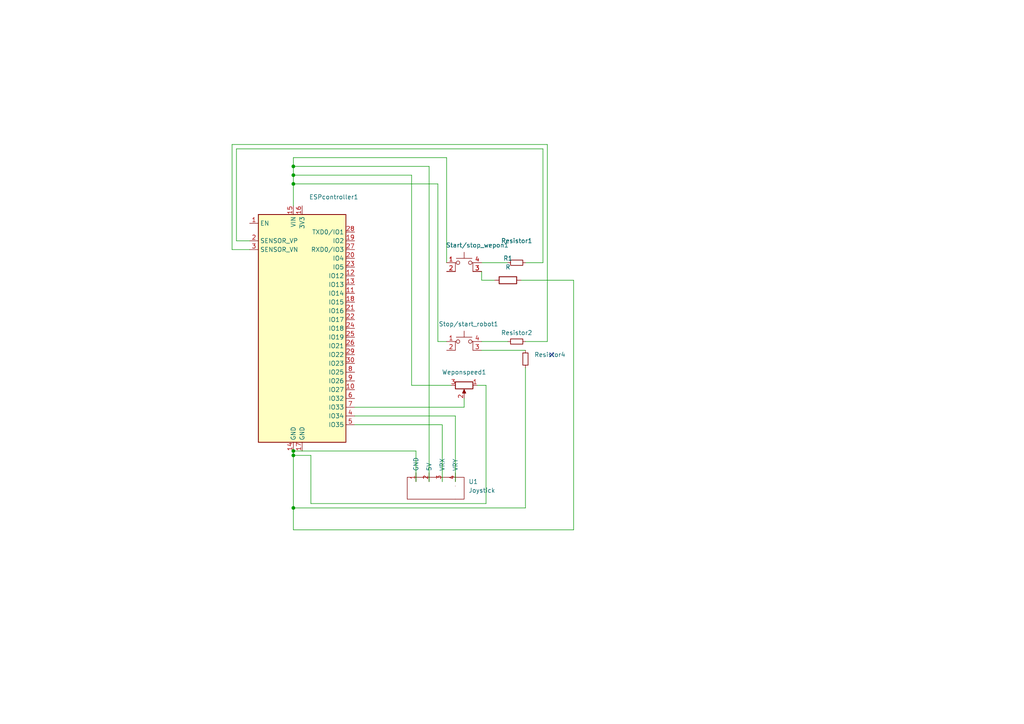
<source format=kicad_sch>
(kicad_sch (version 20211123) (generator eeschema)
  (paper "A4")
  (lib_symbols
    (symbol "Device:R" (pin_numbers hide) (pin_names (offset 0))
      (property "Reference" "R" (at 2.032 0 90))
      (property "Value" "R" (at 0 0 90))
      (symbol "R_0_1"
        (rectangle (start -1.016 -2.54) (end 1.016 2.54) (stroke (width 0.254)))
      )
      (symbol "R_1_1"
        (pin passive line (at 0 3.81 270) (length 1.27) (name "~") (number "1"))
        (pin passive line (at 0 -3.81 90) (length 1.27) (name "~") (number "2"))
      )
    )
    (symbol "Device:R_Potentiometer" (pin_names (offset 1.016) hide)
      (property "Reference" "RV" (at -4.445 0 90))
      (property "Value" "R_Potentiometer" (at -2.54 0 90))
      (symbol "R_Potentiometer_0_1"
        (polyline (pts (xy 2.54 0) (xy 1.524 0)))
        (polyline (pts (xy 1.143 0) (xy 2.286 0.508) (xy 2.286 -0.508) (xy 1.143 0)) (fill (type outline)))
        (rectangle (start 1.016 2.54) (end -1.016 -2.54) (stroke (width 0.254)))
      )
      (symbol "R_Potentiometer_1_1"
        (pin passive line (at 0 3.81 270) (length 1.27) (name "1") (number "1"))
        (pin passive line (at 3.81 0 180) (length 1.27) (name "2") (number "2"))
        (pin passive line (at 0 -3.81 90) (length 1.27) (name "3") (number "3"))
      )
    )
    (symbol "Device:R_Small" (pin_numbers hide) (pin_names (offset 0.254) hide)
      (property "Reference" "R" (at 0.762 0.508 0))
      (property "Value" "R_Small" (at 0.762 -1.016 0))
      (symbol "R_Small_0_1"
        (rectangle (start -0.762 1.778) (end 0.762 -1.778) (stroke (width 0.2032)))
      )
      (symbol "R_Small_1_1"
        (pin passive line (at 0 2.54 270) (length 0.762) (name "~") (number "1"))
        (pin passive line (at 0 -2.54 90) (length 0.762) (name "~") (number "2"))
      )
    )
    (symbol "Switch:SW_MEC_5E" (pin_names (offset 1.016) hide)
      (property "Reference" "SW" (at 0.635 5.715 0))
      (property "Value" "SW_MEC_5E" (at 0 -3.175 0))
      (symbol "SW_MEC_5E_0_1"
        (circle (center -1.778 2.54) (radius 0.508))
        (polyline (pts (xy -2.286 3.81) (xy 2.286 3.81)))
        (polyline (pts (xy 0 3.81) (xy 0 5.588)))
        (polyline (pts (xy -2.54 0) (xy -2.54 2.54) (xy -2.286 2.54)))
        (polyline (pts (xy 2.54 0) (xy 2.54 2.54) (xy 2.286 2.54)))
        (circle (center 1.778 2.54) (radius 0.508))
        (pin passive line (at -5.08 2.54 0) (length 2.54) (name "1") (number "1"))
        (pin passive line (at -5.08 0 0) (length 2.54) (name "2") (number "2"))
        (pin passive line (at 5.08 0 180) (length 2.54) (name "K") (number "3"))
        (pin passive line (at 5.08 2.54 180) (length 2.54) (name "A") (number "4"))
      )
    )
    (symbol "cursed_beeing:Joystick"
      (property "Reference" "U" (at -6.35 10.16 0))
      (property "Value" "Joystick" (at -6.35 8.89 0))
      (symbol "Joystick_0_1"
        (rectangle (start -12.7 6.35) (end 3.81 0))
        (rectangle (start -10.16 2.54) (end -10.16 2.54))
        (rectangle (start -10.16 6.35) (end -10.16 6.35))
      )
      (symbol "Joystick_1_1"
        (pin input line (at 1.27 1.27 270) (length 2.54) (name "GND") (number "1"))
        (pin input line (at -2.54 1.27 270) (length 2.54) (name "5V") (number "2"))
        (pin input line (at -6.35 1.27 270) (length 2.54) (name "VRX") (number "3"))
        (pin input line (at -10.16 1.27 270) (length 2.54) (name "VRY") (number "4"))
      )
    )
    (symbol "esp32:ESP32_DevKit_V1_DOIT"
      (property "Reference" "U" (at -11.43 34.29 0))
      (property "Value" "ESP32_DevKit_V1_DOIT" (at 11.43 34.29 0))
      (symbol "ESP32_DevKit_V1_DOIT_1_1"
        (rectangle (start -12.7 33.02) (end 12.7 -33.02) (stroke (width 0.254)) (fill (type background)))
        (pin input line (at -15.24 30.48 0) (length 2.54) (name "EN") (number "1"))
        (pin bidirectional line (at 15.24 -17.78 180) (length 2.54) (name "IO27") (number "10"))
        (pin bidirectional line (at 15.24 10.16 180) (length 2.54) (name "IO14") (number "11"))
        (pin bidirectional line (at 15.24 15.24 180) (length 2.54) (name "IO12") (number "12"))
        (pin bidirectional line (at 15.24 12.7 180) (length 2.54) (name "IO13") (number "13"))
        (pin power_in line (at -2.54 -35.56 90) (length 2.54) (name "GND") (number "14"))
        (pin power_in line (at -2.54 35.56 270) (length 2.54) (name "VIN") (number "15"))
        (pin power_in line (at 0 35.56 270) (length 2.54) (name "3V3") (number "16"))
        (pin power_in line (at 0 -35.56 90) (length 2.54) (name "GND") (number "17"))
        (pin bidirectional line (at 15.24 7.62 180) (length 2.54) (name "IO15") (number "18"))
        (pin bidirectional line (at 15.24 25.4 180) (length 2.54) (name "IO2") (number "19"))
        (pin input line (at -15.24 25.4 0) (length 2.54) (name "SENSOR_VP") (number "2"))
        (pin bidirectional line (at 15.24 20.32 180) (length 2.54) (name "IO4") (number "20"))
        (pin bidirectional line (at 15.24 5.08 180) (length 2.54) (name "IO16") (number "21"))
        (pin bidirectional line (at 15.24 2.54 180) (length 2.54) (name "IO17") (number "22"))
        (pin bidirectional line (at 15.24 17.78 180) (length 2.54) (name "IO5") (number "23"))
        (pin bidirectional line (at 15.24 0 180) (length 2.54) (name "IO18") (number "24"))
        (pin bidirectional line (at 15.24 -2.54 180) (length 2.54) (name "IO19") (number "25"))
        (pin bidirectional line (at 15.24 -5.08 180) (length 2.54) (name "IO21") (number "26"))
        (pin bidirectional line (at 15.24 22.86 180) (length 2.54) (name "RXD0/IO3") (number "27"))
        (pin bidirectional line (at 15.24 27.94 180) (length 2.54) (name "TXD0/IO1") (number "28"))
        (pin bidirectional line (at 15.24 -7.62 180) (length 2.54) (name "IO22") (number "29"))
        (pin input line (at -15.24 22.86 0) (length 2.54) (name "SENSOR_VN") (number "3"))
        (pin bidirectional line (at 15.24 -10.16 180) (length 2.54) (name "IO23") (number "30"))
        (pin input line (at 15.24 -25.4 180) (length 2.54) (name "IO34") (number "4"))
        (pin input line (at 15.24 -27.94 180) (length 2.54) (name "IO35") (number "5"))
        (pin bidirectional line (at 15.24 -20.32 180) (length 2.54) (name "IO32") (number "6"))
        (pin bidirectional line (at 15.24 -22.86 180) (length 2.54) (name "IO33") (number "7"))
        (pin bidirectional line (at 15.24 -12.7 180) (length 2.54) (name "IO25") (number "8"))
        (pin bidirectional line (at 15.24 -15.24 180) (length 2.54) (name "IO26") (number "9"))
      )
    )
  )
  (junction (at 85.09 53.34))
  (junction (at 85.09 147.32))
  (junction (at 85.09 130.81))
  (junction (at 85.09 132.08))
  (junction (at 85.09 48.26))
  (junction (at 85.09 50.8))
  (no_connect (at 160.02 102.87))
  (wire (pts (xy 85.09 53.34) (xy 85.09 59.69)))
  (wire (pts (xy 90.17 146.05) (xy 90.17 132.08)))
  (wire (pts (xy 152.4 99.06) (xy 158.75 99.06)))
  (wire (pts (xy 90.17 132.08) (xy 85.09 132.08)))
  (wire (pts (xy 67.31 72.39) (xy 72.39 72.39)))
  (wire (pts (xy 119.38 111.76) (xy 130.81 111.76)))
  (wire (pts (xy 158.75 41.91) (xy 67.31 41.91)))
  (wire (pts (xy 139.7 76.2) (xy 147.32 76.2)))
  (wire (pts (xy 166.37 153.67) (xy 85.09 153.67)))
  (wire (pts (xy 157.48 76.2) (xy 152.4 76.2)))
  (wire (pts (xy 129.54 99.06) (xy 127 99.06)))
  (wire (pts (xy 132.08 120.65) (xy 132.08 139.7)))
  (wire (pts (xy 85.09 147.32) (xy 85.09 153.67)))
  (wire (pts (xy 102.87 118.11) (xy 134.62 118.11)))
  (wire (pts (xy 139.7 78.74) (xy 139.7 81.28)))
  (wire (pts (xy 151.13 81.28) (xy 166.37 81.28)))
  (wire (pts (xy 127 53.34) (xy 85.09 53.34)))
  (wire (pts (xy 85.09 50.8) (xy 85.09 53.34)))
  (wire (pts (xy 158.75 99.06) (xy 158.75 41.91)))
  (wire (pts (xy 139.7 81.28) (xy 143.51 81.28)))
  (wire (pts (xy 119.38 50.8) (xy 85.09 50.8)))
  (wire (pts (xy 85.09 45.72) (xy 129.54 45.72)))
  (wire (pts (xy 157.48 43.18) (xy 157.48 76.2)))
  (wire (pts (xy 127 99.06) (xy 127 53.34)))
  (wire (pts (xy 68.58 43.18) (xy 68.58 69.85)))
  (wire (pts (xy 140.97 111.76) (xy 140.97 146.05)))
  (wire (pts (xy 139.7 101.6) (xy 152.4 101.6)))
  (wire (pts (xy 85.09 130.81) (xy 85.09 132.08)))
  (wire (pts (xy 166.37 81.28) (xy 166.37 153.67)))
  (wire (pts (xy 128.27 123.19) (xy 102.87 123.19)))
  (wire (pts (xy 140.97 146.05) (xy 90.17 146.05)))
  (wire (pts (xy 157.48 43.18) (xy 68.58 43.18)))
  (wire (pts (xy 132.08 120.65) (xy 102.87 120.65)))
  (wire (pts (xy 85.09 45.72) (xy 85.09 48.26)))
  (wire (pts (xy 124.46 48.26) (xy 85.09 48.26)))
  (wire (pts (xy 128.27 123.19) (xy 128.27 139.7)))
  (wire (pts (xy 68.58 69.85) (xy 72.39 69.85)))
  (wire (pts (xy 85.09 130.81) (xy 120.65 130.81)))
  (wire (pts (xy 138.43 111.76) (xy 140.97 111.76)))
  (wire (pts (xy 129.54 45.72) (xy 129.54 76.2)))
  (wire (pts (xy 134.62 118.11) (xy 134.62 115.57)))
  (wire (pts (xy 120.65 130.81) (xy 120.65 139.7)))
  (wire (pts (xy 152.4 106.68) (xy 152.4 147.32)))
  (wire (pts (xy 85.09 132.08) (xy 85.09 147.32)))
  (wire (pts (xy 119.38 111.76) (xy 119.38 50.8)))
  (wire (pts (xy 85.09 48.26) (xy 85.09 50.8)))
  (wire (pts (xy 139.7 99.06) (xy 147.32 99.06)))
  (wire (pts (xy 67.31 41.91) (xy 67.31 72.39)))
  (wire (pts (xy 124.46 48.26) (xy 124.46 139.7)))
  (wire (pts (xy 85.09 147.32) (xy 152.4 147.32)))
  (symbol (lib_id "Switch:SW_MEC_5E") (at 134.62 78.74 0) (unit 1)
    (property "Reference" "Start/stop_wepon1" (at 138.43 71.12 0))
    (property "Value" "SW_MEC_5E" (effects hide))
    (property "Footprint" "Button_Switch_THT:SW_TH_Tactile_Omron_B3F-10xx" (effects hide))
    (property "Datasheet" "http://www.apem.com/int/index.php?controller=attachment&id_attachment=1371" (effects hide))
  )
  (symbol (lib_id "Switch:SW_MEC_5E") (at 134.62 101.6 0) (unit 1)
    (property "Reference" "Stop/start_robot1" (at 135.89 93.98 0))
    (property "Value" "SW_MEC_5E" (effects hide))
    (property "Footprint" "Button_Switch_THT:SW_TH_Tactile_Omron_B3F-10xx" (effects hide))
    (property "Datasheet" "http://www.apem.com/int/index.php?controller=attachment&id_attachment=1371" (effects hide))
  )
  (symbol (lib_id "cursed_beeing:Joystick") (at 121.92 138.43 180) (unit 1)
    (property "Reference" "U1" (at 135.89 139.6999 0) (effects (justify right)))
    (property "Value" "Joystick" (at 135.89 142.2399 0) (effects (justify right)))
    (property "Footprint" "Connector_PinSocket_2.54mm:PinSocket_1x04_P2.54mm_Vertical" (effects hide))
  )
  (symbol (lib_id "esp32:ESP32_DevKit_V1_DOIT") (at 87.63 95.25 0) (unit 1)
    (property "Reference" "ESPcontroller1" (at 89.6494 57.15 0) (effects (justify left)))
    (property "Value" "ESP32_DevKit_V1_DOIT" (effects hide))
    (property "Footprint" "esp32:esp32_devkit_v1_doit" (effects hide))
    (property "Datasheet" "https://aliexpress.com/item/32864722159.html" (effects hide))
  )
  (symbol (lib_id "Device:R_Small") (at 152.4 104.14 0) (unit 1)
    (property "Reference" "Resistor4" (at 154.94 102.8699 0) (effects (justify left)))
    (property "Value" "R_Small" (effects hide))
    (property "Footprint" "Resistor_THT:R_Axial_DIN0309_L9.0mm_D3.2mm_P15.24mm_Horizontal" (effects hide))
  )
  (symbol (lib_id "Device:R") (at 147.32 81.28 90) (unit 1)
    (property "Reference" "R1" (at 147.32 74.93 90))
    (property "Value" "R" (at 147.32 77.47 90))
    (property "Footprint" "Resistor_THT:R_Axial_DIN0309_L9.0mm_D3.2mm_P15.24mm_Horizontal" (effects hide))
  )
  (symbol (lib_id "Device:R_Small") (at 149.86 76.2 90) (unit 1)
    (property "Reference" "Resistor1" (at 149.86 69.85 90))
    (property "Value" "R_Small" (effects hide))
    (property "Footprint" "Resistor_THT:R_Axial_DIN0309_L9.0mm_D3.2mm_P15.24mm_Horizontal" (effects hide))
  )
  (symbol (lib_id "Device:R_Small") (at 149.86 99.06 90) (unit 1)
    (property "Reference" "Resistor2" (at 149.86 96.52 90))
    (property "Value" "R_Small" (effects hide))
    (property "Footprint" "Resistor_THT:R_Axial_DIN0309_L9.0mm_D3.2mm_P15.24mm_Horizontal" (effects hide))
  )
  (symbol (lib_id "Device:R_Potentiometer") (at 134.62 111.76 270) (unit 1)
    (property "Reference" "Weponspeed1" (at 134.62 107.95 90))
    (property "Value" "R_Potentiometer" (effects hide))
    (property "Footprint" "Connector_PinSocket_2.54mm:PinSocket_1x03_P2.54mm_Vertical" (effects hide))
  )
)
</source>
